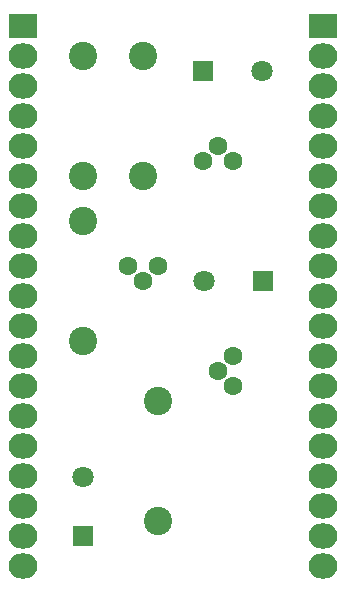
<source format=gbr>
G04 #@! TF.FileFunction,Soldermask,Bot*
%FSLAX46Y46*%
G04 Gerber Fmt 4.6, Leading zero omitted, Abs format (unit mm)*
G04 Created by KiCad (PCBNEW 4.0.3+e1-6302~38~ubuntu16.04.1-stable) date Thu Aug 25 17:11:50 2016*
%MOMM*%
%LPD*%
G01*
G04 APERTURE LIST*
%ADD10C,0.100000*%
%ADD11R,1.800000X1.800000*%
%ADD12C,1.800000*%
%ADD13C,2.398980*%
%ADD14C,1.600000*%
%ADD15R,2.432000X2.127200*%
%ADD16O,2.432000X2.127200*%
G04 APERTURE END LIST*
D10*
D11*
X66040000Y-113030000D03*
D12*
X66040000Y-108030000D03*
D13*
X72390000Y-101600000D03*
X72390000Y-111760000D03*
D14*
X78740000Y-97790000D03*
X77470000Y-99060000D03*
X78740000Y-100330000D03*
X69850000Y-90170000D03*
X71120000Y-91440000D03*
X72390000Y-90170000D03*
D11*
X81280000Y-91440000D03*
D12*
X76280000Y-91440000D03*
D14*
X78740000Y-81280000D03*
X77470000Y-80010000D03*
X76200000Y-81280000D03*
D13*
X66040000Y-86360000D03*
X66040000Y-96520000D03*
D11*
X76200000Y-73660000D03*
D12*
X81200000Y-73660000D03*
D13*
X66040000Y-72390000D03*
X66040000Y-82550000D03*
X71120000Y-72390000D03*
X71120000Y-82550000D03*
D15*
X60960000Y-69850000D03*
D16*
X60960000Y-72390000D03*
X60960000Y-74930000D03*
X60960000Y-77470000D03*
X60960000Y-80010000D03*
X60960000Y-82550000D03*
X60960000Y-85090000D03*
X60960000Y-87630000D03*
X60960000Y-90170000D03*
X60960000Y-92710000D03*
X60960000Y-95250000D03*
X60960000Y-97790000D03*
X60960000Y-100330000D03*
X60960000Y-102870000D03*
X60960000Y-105410000D03*
X60960000Y-107950000D03*
X60960000Y-110490000D03*
X60960000Y-113030000D03*
X60960000Y-115570000D03*
D15*
X86360000Y-69850000D03*
D16*
X86360000Y-72390000D03*
X86360000Y-74930000D03*
X86360000Y-77470000D03*
X86360000Y-80010000D03*
X86360000Y-82550000D03*
X86360000Y-85090000D03*
X86360000Y-87630000D03*
X86360000Y-90170000D03*
X86360000Y-92710000D03*
X86360000Y-95250000D03*
X86360000Y-97790000D03*
X86360000Y-100330000D03*
X86360000Y-102870000D03*
X86360000Y-105410000D03*
X86360000Y-107950000D03*
X86360000Y-110490000D03*
X86360000Y-113030000D03*
X86360000Y-115570000D03*
M02*

</source>
